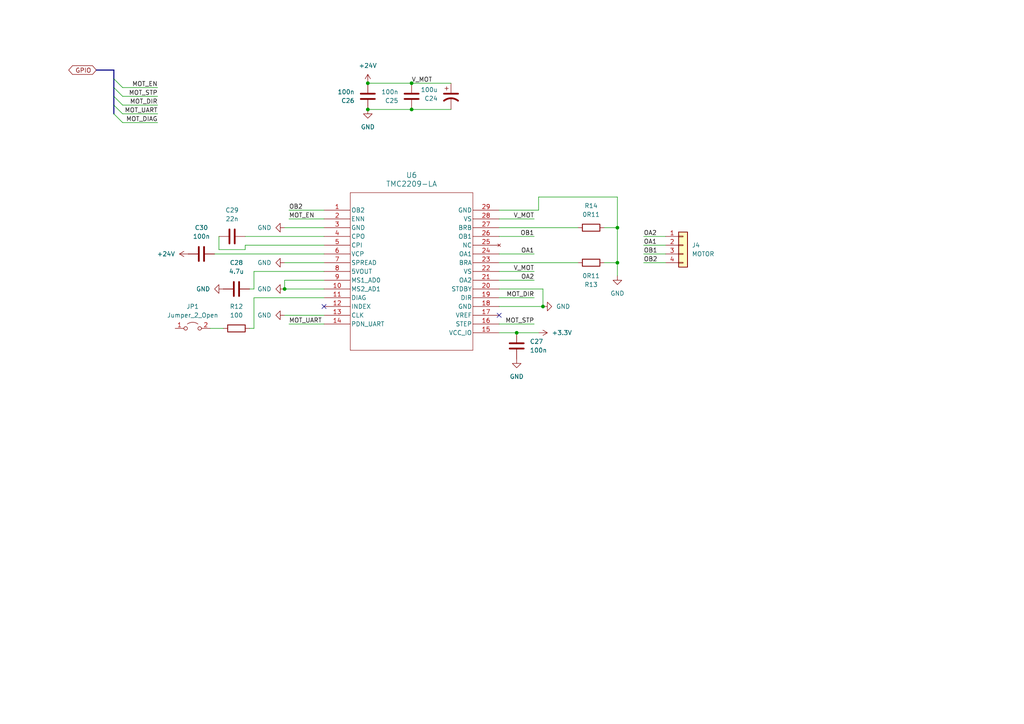
<source format=kicad_sch>
(kicad_sch (version 20230121) (generator eeschema)
  (paper "A4")
  (lib_symbols
    (symbol "Connector_Generic:Conn_01x04" (pin_names (offset 1.016) hide)
      (property "Reference" "J" (at 0 5.08 0))
      (property "Value" "Conn_01x04" (at 0 -7.62 0))
      (symbol "Conn_01x04_1_1"
        (rectangle (start -1.27 -4.953) (end 0 -5.207) (stroke (width 0.1524)))
        (rectangle (start -1.27 -2.413) (end 0 -2.667) (stroke (width 0.1524)))
        (rectangle (start -1.27 0.127) (end 0 -0.127) (stroke (width 0.1524)))
        (rectangle (start -1.27 2.667) (end 0 2.413) (stroke (width 0.1524)))
        (rectangle (start -1.27 3.81) (end 1.27 -6.35) (stroke (width 0.254)) (fill (type background)))
        (pin passive line (at -5.08 2.54 0) (length 3.81) (name "Pin_1") (number "1"))
        (pin passive line (at -5.08 0 0) (length 3.81) (name "Pin_2") (number "2"))
        (pin passive line (at -5.08 -2.54 0) (length 3.81) (name "Pin_3") (number "3"))
        (pin passive line (at -5.08 -5.08 0) (length 3.81) (name "Pin_4") (number "4"))
      )
    )
    (symbol "Device:C" (pin_numbers hide) (pin_names (offset 0.254))
      (property "Reference" "C" (at 0.635 2.54 0))
      (property "Value" "C" (at 0.635 -2.54 0))
      (symbol "C_0_1"
        (polyline (pts (xy -2.032 -0.762) (xy 2.032 -0.762)) (stroke (width 0.508)))
        (polyline (pts (xy -2.032 0.762) (xy 2.032 0.762)) (stroke (width 0.508)))
      )
      (symbol "C_1_1"
        (pin passive line (at 0 3.81 270) (length 2.794) (name "~") (number "1"))
        (pin passive line (at 0 -3.81 90) (length 2.794) (name "~") (number "2"))
      )
    )
    (symbol "Device:C_Polarized_US" (pin_numbers hide) (pin_names (offset 0.254) hide)
      (property "Reference" "C" (at 0.635 2.54 0))
      (property "Value" "C_Polarized_US" (at 0.635 -2.54 0))
      (symbol "C_Polarized_US_0_1"
        (polyline (pts (xy -2.032 0.762) (xy 2.032 0.762)) (stroke (width 0.508)))
        (polyline (pts (xy -1.778 2.286) (xy -0.762 2.286)))
        (polyline (pts (xy -1.27 1.778) (xy -1.27 2.794)))
        (arc (start 2.032 -1.27) (mid 0 -0.5572) (end -2.032 -1.27) (stroke (width 0.508)))
      )
      (symbol "C_Polarized_US_1_1"
        (pin passive line (at 0 3.81 270) (length 2.794) (name "~") (number "1"))
        (pin passive line (at 0 -3.81 90) (length 3.302) (name "~") (number "2"))
      )
    )
    (symbol "Device:R" (pin_numbers hide) (pin_names (offset 0))
      (property "Reference" "R" (at 2.032 0 90))
      (property "Value" "R" (at 0 0 90))
      (symbol "R_0_1"
        (rectangle (start -1.016 -2.54) (end 1.016 2.54) (stroke (width 0.254)))
      )
      (symbol "R_1_1"
        (pin passive line (at 0 3.81 270) (length 1.27) (name "~") (number "1"))
        (pin passive line (at 0 -3.81 90) (length 1.27) (name "~") (number "2"))
      )
    )
    (symbol "Jumper:Jumper_2_Open" (pin_names (offset 0) hide)
      (property "Reference" "JP" (at 0 2.794 0))
      (property "Value" "Jumper_2_Open" (at 0 -2.286 0))
      (symbol "Jumper_2_Open_0_0"
        (circle (center -2.032 0) (radius 0.508))
        (circle (center 2.032 0) (radius 0.508))
      )
      (symbol "Jumper_2_Open_0_1"
        (arc (start 1.524 1.27) (mid 0 1.778) (end -1.524 1.27))
      )
      (symbol "Jumper_2_Open_1_1"
        (pin passive line (at -5.08 0 0) (length 2.54) (name "A") (number "1"))
        (pin passive line (at 5.08 0 180) (length 2.54) (name "B") (number "2"))
      )
    )
    (symbol "power:+24V" (power) (pin_names (offset 0))
      (property "Value" "+24V" (at 0 3.556 0))
      (symbol "+24V_0_1"
        (polyline (pts (xy -0.762 1.27) (xy 0 2.54)))
        (polyline (pts (xy 0 0) (xy 0 2.54)))
        (polyline (pts (xy 0 2.54) (xy 0.762 1.27)))
      )
      (symbol "+24V_1_1"
        (pin power_in line (at 0 0 90) (length 0) hide (name "+24V") (number "1"))
      )
    )
    (symbol "power:+3.3V" (power) (pin_names (offset 0))
      (property "Value" "+3.3V" (at 0 3.556 0))
      (symbol "+3.3V_0_1"
        (polyline (pts (xy -0.762 1.27) (xy 0 2.54)))
        (polyline (pts (xy 0 0) (xy 0 2.54)))
        (polyline (pts (xy 0 2.54) (xy 0.762 1.27)))
      )
      (symbol "+3.3V_1_1"
        (pin power_in line (at 0 0 90) (length 0) hide (name "+3.3V") (number "1"))
      )
    )
    (symbol "power:GND" (power) (pin_names (offset 0))
      (property "Value" "GND" (at 0 -3.81 0))
      (symbol "GND_0_1"
        (polyline (pts (xy 0 0) (xy 0 -1.27) (xy 1.27 -1.27) (xy 0 -2.54) (xy -1.27 -1.27) (xy 0 -1.27)))
      )
      (symbol "GND_1_1"
        (pin power_in line (at 0 0 270) (length 0) hide (name "GND") (number "1"))
      )
    )
    (symbol "symbols:TMC2209-LA" (pin_names (offset 0.254))
      (property "Reference" "U" (at 25.4 10.16 0))
      (property "Value" "TMC2209-LA" (at 25.4 7.62 0))
      (symbol "TMC2209-LA_0_1"
        (polyline (pts (xy 7.62 -40.64) (xy 43.18 -40.64)) (stroke (width 0.127)))
        (polyline (pts (xy 7.62 5.08) (xy 7.62 -40.64)) (stroke (width 0.127)))
        (polyline (pts (xy 43.18 -40.64) (xy 43.18 5.08)) (stroke (width 0.127)))
        (polyline (pts (xy 43.18 5.08) (xy 7.62 5.08)) (stroke (width 0.127)))
        (pin output line (at 0 0 0) (length 7.62) (name "OB2") (number "1"))
        (pin input line (at 0 -22.86 0) (length 7.62) (name "MS2_AD1") (number "10"))
        (pin output line (at 0 -25.4 0) (length 7.62) (name "DIAG") (number "11"))
        (pin output line (at 0 -27.94 0) (length 7.62) (name "INDEX") (number "12"))
        (pin input line (at 0 -30.48 0) (length 7.62) (name "CLK") (number "13"))
        (pin bidirectional line (at 0 -33.02 0) (length 7.62) (name "PDN_UART") (number "14"))
        (pin power_in line (at 50.8 -35.56 180) (length 7.62) (name "VCC_IO") (number "15"))
        (pin input line (at 50.8 -33.02 180) (length 7.62) (name "STEP") (number "16"))
        (pin unspecified line (at 50.8 -30.48 180) (length 7.62) (name "VREF") (number "17"))
        (pin input line (at 50.8 -27.94 180) (length 7.62) (name "GND") (number "18"))
        (pin input line (at 50.8 -25.4 180) (length 7.62) (name "DIR") (number "19"))
        (pin input line (at 0 -2.54 0) (length 7.62) (name "ENN") (number "2"))
        (pin power_in line (at 50.8 -22.86 180) (length 7.62) (name "STDBY") (number "20"))
        (pin output line (at 50.8 -20.32 180) (length 7.62) (name "OA2") (number "21"))
        (pin power_in line (at 50.8 -17.78 180) (length 7.62) (name "VS") (number "22"))
        (pin unspecified line (at 50.8 -15.24 180) (length 7.62) (name "BRA") (number "23"))
        (pin output line (at 50.8 -12.7 180) (length 7.62) (name "OA1") (number "24"))
        (pin no_connect line (at 50.8 -10.16 180) (length 7.62) (name "NC") (number "25"))
        (pin output line (at 50.8 -7.62 180) (length 7.62) (name "OB1") (number "26"))
        (pin unspecified line (at 50.8 -5.08 180) (length 7.62) (name "BRB") (number "27"))
        (pin power_in line (at 50.8 -2.54 180) (length 7.62) (name "VS") (number "28"))
        (pin power_out line (at 50.8 0 180) (length 7.62) (name "GND") (number "29"))
        (pin power_out line (at 0 -5.08 0) (length 7.62) (name "GND") (number "3"))
        (pin output line (at 0 -7.62 0) (length 7.62) (name "CPO") (number "4"))
        (pin input line (at 0 -10.16 0) (length 7.62) (name "CPI") (number "5"))
        (pin power_in line (at 0 -12.7 0) (length 7.62) (name "VCP") (number "6"))
        (pin input line (at 0 -15.24 0) (length 7.62) (name "SPREAD") (number "7"))
        (pin output line (at 0 -17.78 0) (length 7.62) (name "5VOUT") (number "8"))
        (pin input line (at 0 -20.32 0) (length 7.62) (name "MS1_AD0") (number "9"))
      )
    )
  )
  (junction (at 106.68 31.75))
  (junction (at 82.55 83.82))
  (junction (at 149.86 96.52))
  (junction (at 106.68 24.13))
  (junction (at 179.07 76.2))
  (junction (at 157.48 88.9))
  (junction (at 179.07 66.04))
  (junction (at 119.38 24.13))
  (junction (at 119.38 31.75))
  (no_connect (at 144.78 91.44))
  (no_connect (at 93.98 88.9))
  (bus_entry (at 33.02 22.86) (size 2.54 2.54))
  (bus_entry (at 33.02 25.4) (size 2.54 2.54))
  (bus_entry (at 33.02 27.94) (size 2.54 2.54))
  (bus_entry (at 33.02 33.02) (size 2.54 2.54))
  (bus_entry (at 33.02 30.48) (size 2.54 2.54))
  (wire (pts (xy 119.38 24.13) (xy 106.68 24.13)))
  (wire (pts (xy 130.81 31.75) (xy 119.38 31.75)))
  (wire (pts (xy 35.56 33.02) (xy 45.72 33.02)))
  (wire (pts (xy 71.12 71.12) (xy 71.12 72.39)))
  (wire (pts (xy 82.55 81.28) (xy 93.98 81.28)))
  (bus (pts (xy 33.02 27.94) (xy 33.02 25.4)))
  (wire (pts (xy 93.98 71.12) (xy 71.12 71.12)))
  (wire (pts (xy 179.07 66.04) (xy 179.07 76.2)))
  (wire (pts (xy 93.98 86.36) (xy 73.66 86.36)))
  (wire (pts (xy 154.94 73.66) (xy 144.78 73.66)))
  (wire (pts (xy 130.81 24.13) (xy 119.38 24.13)))
  (wire (pts (xy 175.26 76.2) (xy 179.07 76.2)))
  (wire (pts (xy 82.55 83.82) (xy 93.98 83.82)))
  (wire (pts (xy 157.48 83.82) (xy 157.48 88.9)))
  (wire (pts (xy 83.82 93.98) (xy 93.98 93.98)))
  (wire (pts (xy 144.78 86.36) (xy 154.94 86.36)))
  (wire (pts (xy 73.66 95.25) (xy 72.39 95.25)))
  (wire (pts (xy 175.26 66.04) (xy 179.07 66.04)))
  (wire (pts (xy 35.56 30.48) (xy 45.72 30.48)))
  (wire (pts (xy 179.07 76.2) (xy 179.07 80.01)))
  (wire (pts (xy 144.78 83.82) (xy 157.48 83.82)))
  (wire (pts (xy 71.12 68.58) (xy 93.98 68.58)))
  (wire (pts (xy 144.78 93.98) (xy 154.94 93.98)))
  (wire (pts (xy 82.55 91.44) (xy 93.98 91.44)))
  (wire (pts (xy 83.82 60.96) (xy 93.98 60.96)))
  (bus (pts (xy 33.02 22.86) (xy 33.02 20.32)))
  (wire (pts (xy 73.66 86.36) (xy 73.66 95.25)))
  (wire (pts (xy 60.96 95.25) (xy 64.77 95.25)))
  (wire (pts (xy 154.94 68.58) (xy 144.78 68.58)))
  (wire (pts (xy 144.78 66.04) (xy 167.64 66.04)))
  (wire (pts (xy 119.38 31.75) (xy 106.68 31.75)))
  (wire (pts (xy 144.78 88.9) (xy 157.48 88.9)))
  (wire (pts (xy 179.07 57.15) (xy 179.07 66.04)))
  (wire (pts (xy 156.21 57.15) (xy 179.07 57.15)))
  (wire (pts (xy 154.94 81.28) (xy 144.78 81.28)))
  (wire (pts (xy 186.69 71.12) (xy 193.04 71.12)))
  (wire (pts (xy 186.69 73.66) (xy 193.04 73.66)))
  (wire (pts (xy 73.66 78.74) (xy 93.98 78.74)))
  (wire (pts (xy 71.12 72.39) (xy 63.5 72.39)))
  (wire (pts (xy 73.66 83.82) (xy 73.66 78.74)))
  (bus (pts (xy 33.02 30.48) (xy 33.02 27.94)))
  (wire (pts (xy 186.69 68.58) (xy 193.04 68.58)))
  (wire (pts (xy 156.21 60.96) (xy 144.78 60.96)))
  (wire (pts (xy 35.56 27.94) (xy 45.72 27.94)))
  (wire (pts (xy 63.5 72.39) (xy 63.5 68.58)))
  (wire (pts (xy 82.55 66.04) (xy 93.98 66.04)))
  (wire (pts (xy 154.94 63.5) (xy 144.78 63.5)))
  (wire (pts (xy 72.39 83.82) (xy 73.66 83.82)))
  (wire (pts (xy 154.94 78.74) (xy 144.78 78.74)))
  (wire (pts (xy 186.69 76.2) (xy 193.04 76.2)))
  (wire (pts (xy 149.86 96.52) (xy 156.21 96.52)))
  (bus (pts (xy 27.94 20.32) (xy 33.02 20.32)))
  (wire (pts (xy 156.21 57.15) (xy 156.21 60.96)))
  (wire (pts (xy 144.78 96.52) (xy 149.86 96.52)))
  (wire (pts (xy 82.55 76.2) (xy 93.98 76.2)))
  (bus (pts (xy 33.02 30.48) (xy 33.02 33.02)))
  (bus (pts (xy 33.02 25.4) (xy 33.02 22.86)))
  (wire (pts (xy 144.78 76.2) (xy 167.64 76.2)))
  (wire (pts (xy 35.56 25.4) (xy 45.72 25.4)))
  (wire (pts (xy 83.82 63.5) (xy 93.98 63.5)))
  (wire (pts (xy 62.23 73.66) (xy 93.98 73.66)))
  (wire (pts (xy 35.56 35.56) (xy 45.72 35.56)))
  (wire (pts (xy 82.55 81.28) (xy 82.55 83.82)))
  (label "OA2" (at 186.69 68.58 0))
  (label "MOT_DIR" (at 45.72 30.48 180))
  (label "MOT_STP" (at 154.94 93.98 180))
  (label "MOT_UART" (at 83.82 93.98 0))
  (label "OB2" (at 186.69 76.2 0))
  (label "MOT_DIR" (at 154.94 86.36 180))
  (label "OA1" (at 186.69 71.12 0))
  (label "MOT_EN" (at 45.72 25.4 180))
  (label "MOT_STP" (at 45.72 27.94 180))
  (label "MOT_EN" (at 83.82 63.5 0))
  (label "V_MOT" (at 154.94 78.74 180))
  (label "OB1" (at 154.94 68.58 180))
  (label "MOT_DIAG" (at 45.72 35.56 180))
  (label "OA1" (at 154.94 73.66 180))
  (label "OA2" (at 154.94 81.28 180))
  (label "OB2" (at 83.82 60.96 0))
  (label "MOT_UART" (at 45.72 33.02 180))
  (label "V_MOT" (at 154.94 63.5 180))
  (label "V_MOT" (at 119.38 24.13 0))
  (label "OB1" (at 186.69 73.66 0))
  (global_label "GPIO" (shape bidirectional) (at 27.94 20.32 180) (property "Intersheetrefs" "${INTERSHEET_REFS}" (effects hide)))
  (symbol (lib_id "power:GND") (at 157.48 88.9 90) (unit 1)
    (property "Reference" "#PWR045" (effects hide))
    (property "Value" "GND" (at 161.29 88.9 90) (effects (justify right)))
  )
  (symbol (lib_id "Jumper:Jumper_2_Open") (at 55.88 95.25 0) (unit 1)
    (property "Reference" "JP1" (at 55.88 88.9 0))
    (property "Value" "Jumper_2_Open" (at 55.88 91.44 0))
  )
  (symbol (lib_id "symbols:TMC2209-LA") (at 93.98 60.96 0) (unit 1)
    (property "Reference" "U6" (at 119.38 50.8 0) (effects (font (size 1.524 1.524))))
    (property "Value" "TMC2209-LA" (at 119.38 53.34 0) (effects (font (size 1.524 1.524))))
    (property "Footprint" "QFN28_5X5_TRI" (effects hide))
    (property "Datasheet" "TMC2209-LA" (effects hide))
  )
  (symbol (lib_id "Device:C") (at 119.38 27.94 0) (unit 1)
    (property "Reference" "C25" (at 115.57 29.21 0) (effects (justify right)))
    (property "Value" "100n" (at 115.57 26.67 0) (effects (justify right)))
  )
  (symbol (lib_id "Device:C") (at 58.42 73.66 90) (unit 1)
    (property "Reference" "C30" (at 58.42 66.04 90))
    (property "Value" "100n" (at 58.42 68.58 90))
  )
  (symbol (lib_id "Device:C") (at 149.86 100.33 0) (unit 1)
    (property "Reference" "C27" (at 153.67 99.06 0) (effects (justify left)))
    (property "Value" "100n" (at 153.67 101.6 0) (effects (justify left)))
  )
  (symbol (lib_id "Device:C_Polarized_US") (at 130.81 27.94 0) (unit 1)
    (property "Reference" "C24" (at 127 28.575 0) (effects (justify right)))
    (property "Value" "100u" (at 127 26.035 0) (effects (justify right)))
  )
  (symbol (lib_id "power:+24V") (at 54.61 73.66 90) (unit 1)
    (property "Reference" "#PWR048" (effects hide))
    (property "Value" "+24V" (at 50.8 73.66 90) (effects (justify left)))
  )
  (symbol (lib_id "Device:R") (at 171.45 66.04 90) (unit 1)
    (property "Reference" "R14" (at 171.45 59.69 90))
    (property "Value" "0R11" (at 171.45 62.23 90))
  )
  (symbol (lib_id "power:GND") (at 106.68 31.75 0) (unit 1)
    (property "Reference" "#PWR042" (effects hide))
    (property "Value" "GND" (at 106.68 36.83 0))
  )
  (symbol (lib_id "Device:C") (at 68.58 83.82 90) (unit 1)
    (property "Reference" "C28" (at 68.58 76.2 90))
    (property "Value" "4.7u" (at 68.58 78.74 90))
  )
  (symbol (lib_id "Device:C") (at 67.31 68.58 90) (unit 1)
    (property "Reference" "C29" (at 67.31 60.96 90))
    (property "Value" "22n" (at 67.31 63.5 90))
  )
  (symbol (lib_id "power:GND") (at 82.55 76.2 270) (unit 1)
    (property "Reference" "#PWR040" (effects hide))
    (property "Value" "GND" (at 78.74 76.2 90) (effects (justify right)))
  )
  (symbol (lib_id "power:GND") (at 179.07 80.01 0) (unit 1)
    (property "Reference" "#PWR049" (effects hide))
    (property "Value" "GND" (at 179.07 85.09 0))
  )
  (symbol (lib_id "power:GND") (at 82.55 66.04 270) (unit 1)
    (property "Reference" "#PWR036" (effects hide))
    (property "Value" "GND" (at 78.74 66.04 90) (effects (justify right)))
  )
  (symbol (lib_id "power:+24V") (at 106.68 24.13 0) (unit 1)
    (property "Reference" "#PWR041" (effects hide))
    (property "Value" "+24V" (at 106.68 19.05 0))
  )
  (symbol (lib_id "power:GND") (at 149.86 104.14 0) (unit 1)
    (property "Reference" "#PWR044" (effects hide))
    (property "Value" "GND" (at 149.86 109.22 0))
  )
  (symbol (lib_id "Device:R") (at 68.58 95.25 90) (unit 1)
    (property "Reference" "R12" (at 68.58 88.9 90))
    (property "Value" "100" (at 68.58 91.44 90))
  )
  (symbol (lib_id "Device:C") (at 106.68 27.94 0) (unit 1)
    (property "Reference" "C26" (at 102.87 29.21 0) (effects (justify right)))
    (property "Value" "100n" (at 102.87 26.67 0) (effects (justify right)))
  )
  (symbol (lib_id "power:GND") (at 82.55 91.44 270) (unit 1)
    (property "Reference" "#PWR046" (effects hide))
    (property "Value" "GND" (at 78.74 91.44 90) (effects (justify right)))
  )
  (symbol (lib_id "power:GND") (at 64.77 83.82 270) (unit 1)
    (property "Reference" "#PWR047" (effects hide))
    (property "Value" "GND" (at 60.96 83.82 90) (effects (justify right)))
  )
  (symbol (lib_id "Device:R") (at 171.45 76.2 270) (mirror x) (unit 1)
    (property "Reference" "R13" (at 171.45 82.55 90))
    (property "Value" "0R11" (at 171.45 80.01 90))
  )
  (symbol (lib_id "power:+3.3V") (at 156.21 96.52 270) (unit 1)
    (property "Reference" "#PWR043" (effects hide))
    (property "Value" "+3.3V" (at 160.02 96.52 90) (effects (justify left)))
  )
  (symbol (lib_id "power:GND") (at 82.55 83.82 270) (unit 1)
    (property "Reference" "#PWR038" (effects hide))
    (property "Value" "GND" (at 78.74 83.82 90) (effects (justify right)))
  )
  (symbol (lib_id "Connector_Generic:Conn_01x04") (at 198.12 71.12 0) (unit 1)
    (property "Reference" "J4" (at 200.66 71.12 0) (effects (justify left)))
    (property "Value" "MOTOR" (at 200.66 73.66 0) (effects (justify left)))
    (property "Footprint" "Connector_JST:JST_PH_S4B-PH-K_1x04_P2.00mm_Horizontal" (effects hide))
  )
)
</source>
